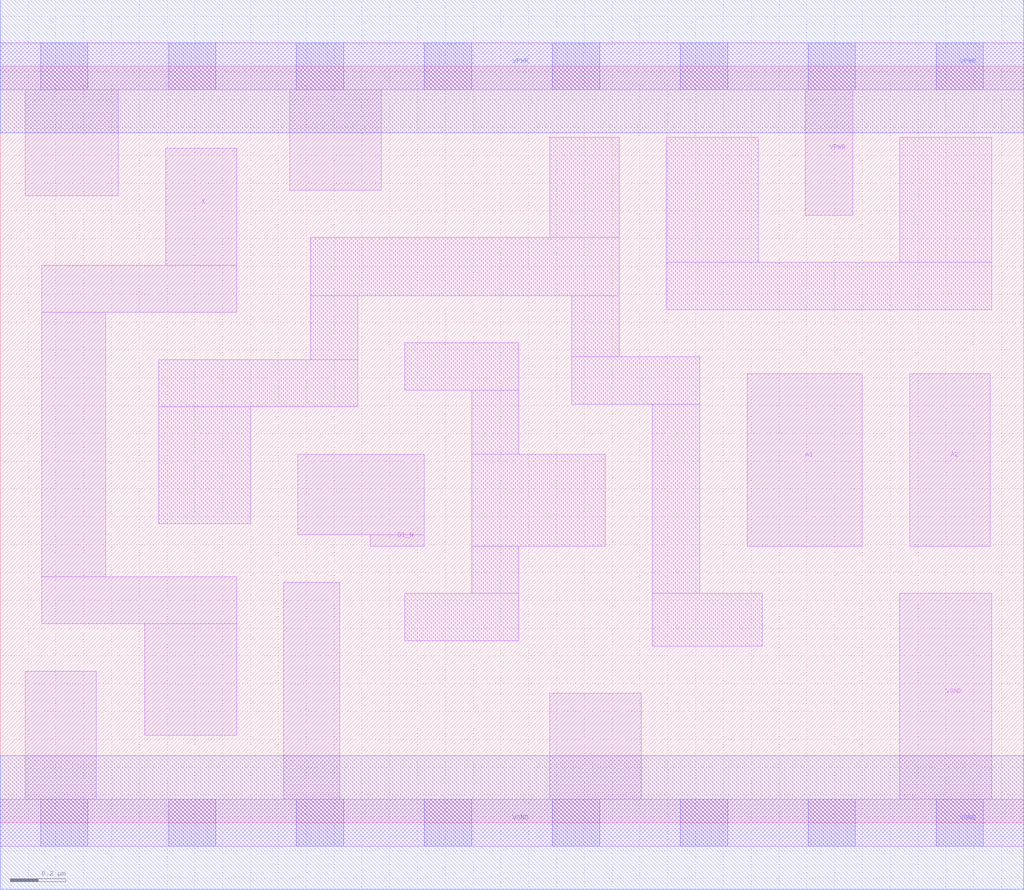
<source format=lef>
# Copyright 2020 The SkyWater PDK Authors
#
# Licensed under the Apache License, Version 2.0 (the "License");
# you may not use this file except in compliance with the License.
# You may obtain a copy of the License at
#
#     https://www.apache.org/licenses/LICENSE-2.0
#
# Unless required by applicable law or agreed to in writing, software
# distributed under the License is distributed on an "AS IS" BASIS,
# WITHOUT WARRANTIES OR CONDITIONS OF ANY KIND, either express or implied.
# See the License for the specific language governing permissions and
# limitations under the License.
#
# SPDX-License-Identifier: Apache-2.0

VERSION 5.7 ;
  NAMESCASESENSITIVE ON ;
  NOWIREEXTENSIONATPIN ON ;
  DIVIDERCHAR "/" ;
  BUSBITCHARS "[]" ;
UNITS
  DATABASE MICRONS 200 ;
END UNITS
MACRO sky130_fd_sc_hd__a21bo_2
  CLASS CORE ;
  SOURCE USER ;
  FOREIGN sky130_fd_sc_hd__a21bo_2 ;
  ORIGIN  0.000000  0.000000 ;
  SIZE  3.680000 BY  2.720000 ;
  SYMMETRY X Y R90 ;
  SITE unithd ;
  PIN A1
    ANTENNAGATEAREA  0.247500 ;
    DIRECTION INPUT ;
    USE SIGNAL ;
    PORT
      LAYER li1 ;
        RECT 2.685000 0.995000 3.100000 1.615000 ;
    END
  END A1
  PIN A2
    ANTENNAGATEAREA  0.247500 ;
    DIRECTION INPUT ;
    USE SIGNAL ;
    PORT
      LAYER li1 ;
        RECT 3.270000 0.995000 3.560000 1.615000 ;
    END
  END A2
  PIN B1_N
    ANTENNAGATEAREA  0.126000 ;
    DIRECTION INPUT ;
    USE SIGNAL ;
    PORT
      LAYER li1 ;
        RECT 1.070000 1.035000 1.525000 1.325000 ;
        RECT 1.330000 0.995000 1.525000 1.035000 ;
    END
  END B1_N
  PIN X
    ANTENNADIFFAREA  0.462000 ;
    DIRECTION OUTPUT ;
    USE SIGNAL ;
    PORT
      LAYER li1 ;
        RECT 0.150000 0.715000 0.850000 0.885000 ;
        RECT 0.150000 0.885000 0.380000 1.835000 ;
        RECT 0.150000 1.835000 0.850000 2.005000 ;
        RECT 0.520000 0.315000 0.850000 0.715000 ;
        RECT 0.595000 2.005000 0.850000 2.425000 ;
    END
  END X
  PIN VGND
    DIRECTION INOUT ;
    SHAPE ABUTMENT ;
    USE GROUND ;
    PORT
      LAYER li1 ;
        RECT 0.000000 -0.085000 3.680000 0.085000 ;
        RECT 0.090000  0.085000 0.345000 0.545000 ;
        RECT 1.020000  0.085000 1.220000 0.865000 ;
        RECT 1.975000  0.085000 2.305000 0.465000 ;
        RECT 3.235000  0.085000 3.565000 0.825000 ;
      LAYER mcon ;
        RECT 0.145000 -0.085000 0.315000 0.085000 ;
        RECT 0.605000 -0.085000 0.775000 0.085000 ;
        RECT 1.065000 -0.085000 1.235000 0.085000 ;
        RECT 1.525000 -0.085000 1.695000 0.085000 ;
        RECT 1.985000 -0.085000 2.155000 0.085000 ;
        RECT 2.445000 -0.085000 2.615000 0.085000 ;
        RECT 2.905000 -0.085000 3.075000 0.085000 ;
        RECT 3.365000 -0.085000 3.535000 0.085000 ;
      LAYER met1 ;
        RECT 0.000000 -0.240000 3.680000 0.240000 ;
    END
  END VGND
  PIN VPWR
    DIRECTION INOUT ;
    SHAPE ABUTMENT ;
    USE POWER ;
    PORT
      LAYER li1 ;
        RECT 0.000000 2.635000 3.680000 2.805000 ;
        RECT 0.090000 2.255000 0.425000 2.635000 ;
        RECT 1.040000 2.275000 1.370000 2.635000 ;
        RECT 2.895000 2.185000 3.065000 2.635000 ;
      LAYER mcon ;
        RECT 0.145000 2.635000 0.315000 2.805000 ;
        RECT 0.605000 2.635000 0.775000 2.805000 ;
        RECT 1.065000 2.635000 1.235000 2.805000 ;
        RECT 1.525000 2.635000 1.695000 2.805000 ;
        RECT 1.985000 2.635000 2.155000 2.805000 ;
        RECT 2.445000 2.635000 2.615000 2.805000 ;
        RECT 2.905000 2.635000 3.075000 2.805000 ;
        RECT 3.365000 2.635000 3.535000 2.805000 ;
      LAYER met1 ;
        RECT 0.000000 2.480000 3.680000 2.960000 ;
    END
  END VPWR
  OBS
    LAYER li1 ;
      RECT 0.570000 1.075000 0.900000 1.495000 ;
      RECT 0.570000 1.495000 1.285000 1.665000 ;
      RECT 1.115000 1.665000 1.285000 1.895000 ;
      RECT 1.115000 1.895000 2.225000 2.105000 ;
      RECT 1.455000 0.655000 1.865000 0.825000 ;
      RECT 1.455000 1.555000 1.865000 1.725000 ;
      RECT 1.695000 0.825000 1.865000 0.995000 ;
      RECT 1.695000 0.995000 2.175000 1.325000 ;
      RECT 1.695000 1.325000 1.865000 1.555000 ;
      RECT 1.975000 2.105000 2.225000 2.465000 ;
      RECT 2.055000 1.505000 2.515000 1.675000 ;
      RECT 2.055000 1.675000 2.225000 1.895000 ;
      RECT 2.345000 0.635000 2.740000 0.825000 ;
      RECT 2.345000 0.825000 2.515000 1.505000 ;
      RECT 2.395000 1.845000 3.565000 2.015000 ;
      RECT 2.395000 2.015000 2.725000 2.465000 ;
      RECT 3.235000 2.015000 3.565000 2.465000 ;
  END
END sky130_fd_sc_hd__a21bo_2
END LIBRARY

</source>
